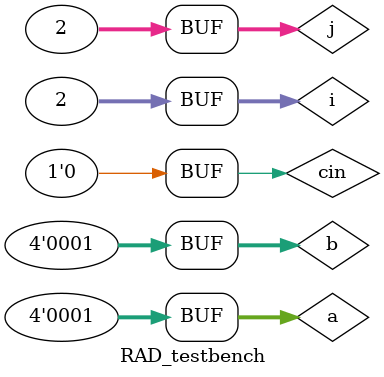
<source format=v>
module RAD_testbench();
  
    // Declare variables and nets for module ports
    reg [3:0] a;
    reg [3:0] b;
    reg cin;
    wire [3:0]sum;
    wire cout; 
  
    integer i, j; // used for verification
    parameter LOOP_LIMIT=4;
    // Instantiate the module
    ripple_adder_4bit_dataflow RIPPLE_ADD_4BIT(
        .a(a),
        .b(b),
        .carry_in(cin),
        .sum(sum),
        .carry_out(cout)
        );
  
    // Generate stimulus and monitor module ports
    always@(*) begin
      $monitor("a=%b, b=%b, carry_in=%0b, sum=%0d, carry_out=%b", a, b, cin, sum, cout);
    end  
  
    initial begin
        // Change the values of a and b and observe the effects
        for (i=0; i<2; i=i+1) begin
            for (j=0; j<2; j=j+1) begin
                #1 a = i; b = j; cin = 0;
            end
        end
        // Change the loops limits observe the effects

    end
  
endmodule
</source>
